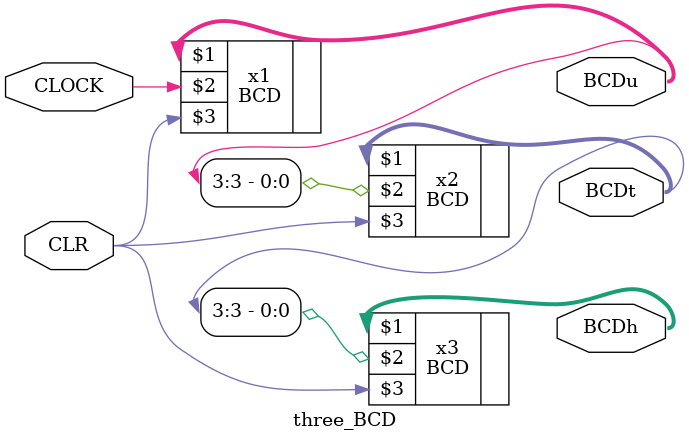
<source format=v>
module three_BCD (BCDu, BCDt, BCDh, CLOCK, CLR);
	output [3:0] BCDu, BCDt, BCDh;  // output of BCDs
	input CLOCK, CLR;  // input to BCDs
	//module BCD (Q, CLOCK, CLR);
	BCD x1(BCDu, CLOCK, CLR);    // BCD first
	BCD x2(BCDt, BCDu[3], CLR);  // BCD second
	BCD x3(BCDh, BCDt[3], CLR);   // BCD third
endmodule
</source>
